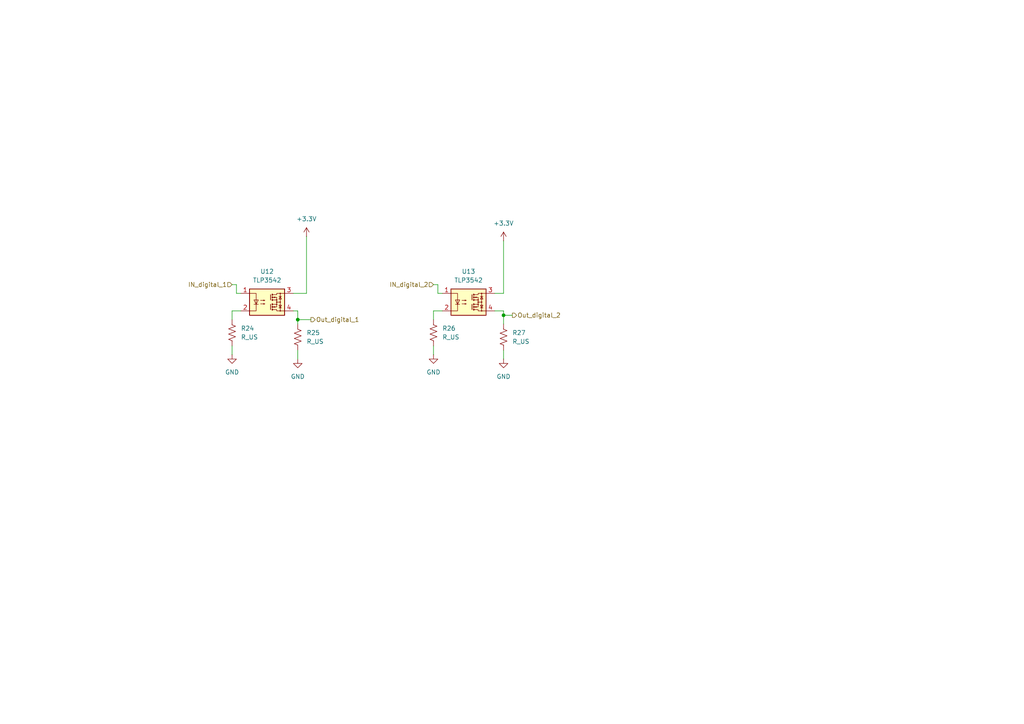
<source format=kicad_sch>
(kicad_sch
	(version 20250114)
	(generator "eeschema")
	(generator_version "9.0")
	(uuid "bc965983-ecd3-4360-b82c-6b4d211fc19c")
	(paper "A4")
	(lib_symbols
		(symbol "Device:R_US"
			(pin_numbers
				(hide yes)
			)
			(pin_names
				(offset 0)
			)
			(exclude_from_sim no)
			(in_bom yes)
			(on_board yes)
			(property "Reference" "R"
				(at 2.54 0 90)
				(effects
					(font
						(size 1.27 1.27)
					)
				)
			)
			(property "Value" "R_US"
				(at -2.54 0 90)
				(effects
					(font
						(size 1.27 1.27)
					)
				)
			)
			(property "Footprint" ""
				(at 1.016 -0.254 90)
				(effects
					(font
						(size 1.27 1.27)
					)
					(hide yes)
				)
			)
			(property "Datasheet" "~"
				(at 0 0 0)
				(effects
					(font
						(size 1.27 1.27)
					)
					(hide yes)
				)
			)
			(property "Description" "Resistor, US symbol"
				(at 0 0 0)
				(effects
					(font
						(size 1.27 1.27)
					)
					(hide yes)
				)
			)
			(property "ki_keywords" "R res resistor"
				(at 0 0 0)
				(effects
					(font
						(size 1.27 1.27)
					)
					(hide yes)
				)
			)
			(property "ki_fp_filters" "R_*"
				(at 0 0 0)
				(effects
					(font
						(size 1.27 1.27)
					)
					(hide yes)
				)
			)
			(symbol "R_US_0_1"
				(polyline
					(pts
						(xy 0 2.286) (xy 0 2.54)
					)
					(stroke
						(width 0)
						(type default)
					)
					(fill
						(type none)
					)
				)
				(polyline
					(pts
						(xy 0 2.286) (xy 1.016 1.905) (xy 0 1.524) (xy -1.016 1.143) (xy 0 0.762)
					)
					(stroke
						(width 0)
						(type default)
					)
					(fill
						(type none)
					)
				)
				(polyline
					(pts
						(xy 0 0.762) (xy 1.016 0.381) (xy 0 0) (xy -1.016 -0.381) (xy 0 -0.762)
					)
					(stroke
						(width 0)
						(type default)
					)
					(fill
						(type none)
					)
				)
				(polyline
					(pts
						(xy 0 -0.762) (xy 1.016 -1.143) (xy 0 -1.524) (xy -1.016 -1.905) (xy 0 -2.286)
					)
					(stroke
						(width 0)
						(type default)
					)
					(fill
						(type none)
					)
				)
				(polyline
					(pts
						(xy 0 -2.286) (xy 0 -2.54)
					)
					(stroke
						(width 0)
						(type default)
					)
					(fill
						(type none)
					)
				)
			)
			(symbol "R_US_1_1"
				(pin passive line
					(at 0 3.81 270)
					(length 1.27)
					(name "~"
						(effects
							(font
								(size 1.27 1.27)
							)
						)
					)
					(number "1"
						(effects
							(font
								(size 1.27 1.27)
							)
						)
					)
				)
				(pin passive line
					(at 0 -3.81 90)
					(length 1.27)
					(name "~"
						(effects
							(font
								(size 1.27 1.27)
							)
						)
					)
					(number "2"
						(effects
							(font
								(size 1.27 1.27)
							)
						)
					)
				)
			)
			(embedded_fonts no)
		)
		(symbol "TLP3542_1"
			(exclude_from_sim no)
			(in_bom yes)
			(on_board yes)
			(property "Reference" "U3"
				(at 0 8.89 0)
				(effects
					(font
						(size 1.27 1.27)
					)
				)
			)
			(property "Value" "TLP3542"
				(at 0 6.35 0)
				(effects
					(font
						(size 1.27 1.27)
					)
				)
			)
			(property "Footprint" "Package_SO:SOP-4_3.8x4.1mm_P2.54mm"
				(at 0 -7.62 0)
				(effects
					(font
						(size 1.27 1.27)
					)
					(hide yes)
				)
			)
			(property "Datasheet" "https://toshiba.semicon-storage.com/info/docget.jsp?did=1284&prodName=TLP3542"
				(at 0 0 0)
				(effects
					(font
						(size 1.27 1.27)
					)
					(hide yes)
				)
			)
			(property "Description" "Photo MOSFET optically coupled, ON 4A, 50mohm, OFF state 20V, Isolation 2500 VRMS, DIP-5-6"
				(at 0 0 0)
				(effects
					(font
						(size 1.27 1.27)
					)
					(hide yes)
				)
			)
			(property "ki_keywords" "photocouplers photorelay solidstate relay normally opened (1-Form-A)"
				(at 0 0 0)
				(effects
					(font
						(size 1.27 1.27)
					)
					(hide yes)
				)
			)
			(property "ki_fp_filters" "DIP*W7.62mm*"
				(at 0 0 0)
				(effects
					(font
						(size 1.27 1.27)
					)
					(hide yes)
				)
			)
			(symbol "TLP3542_1_0_1"
				(rectangle
					(start -5.08 3.81)
					(end 5.08 -3.81)
					(stroke
						(width 0.254)
						(type default)
					)
					(fill
						(type background)
					)
				)
				(polyline
					(pts
						(xy -5.08 2.54) (xy -3.175 2.54) (xy -3.175 -2.54) (xy -5.08 -2.54)
					)
					(stroke
						(width 0)
						(type default)
					)
					(fill
						(type none)
					)
				)
				(polyline
					(pts
						(xy -3.81 -0.635) (xy -2.54 -0.635)
					)
					(stroke
						(width 0)
						(type default)
					)
					(fill
						(type none)
					)
				)
				(polyline
					(pts
						(xy -3.175 -0.635) (xy -3.81 0.635) (xy -2.54 0.635) (xy -3.175 -0.635)
					)
					(stroke
						(width 0)
						(type default)
					)
					(fill
						(type none)
					)
				)
				(polyline
					(pts
						(xy -1.905 0.508) (xy -0.635 0.508) (xy -1.016 0.381) (xy -1.016 0.635) (xy -0.635 0.508)
					)
					(stroke
						(width 0)
						(type default)
					)
					(fill
						(type none)
					)
				)
				(polyline
					(pts
						(xy -1.905 -0.508) (xy -0.635 -0.508) (xy -1.016 -0.635) (xy -1.016 -0.381) (xy -0.635 -0.508)
					)
					(stroke
						(width 0)
						(type default)
					)
					(fill
						(type none)
					)
				)
				(polyline
					(pts
						(xy 1.016 2.159) (xy 1.016 0.635)
					)
					(stroke
						(width 0.2032)
						(type default)
					)
					(fill
						(type none)
					)
				)
				(polyline
					(pts
						(xy 1.016 -0.635) (xy 1.016 -2.159)
					)
					(stroke
						(width 0.2032)
						(type default)
					)
					(fill
						(type none)
					)
				)
				(polyline
					(pts
						(xy 1.524 2.286) (xy 1.524 2.032) (xy 1.524 2.032)
					)
					(stroke
						(width 0.3556)
						(type default)
					)
					(fill
						(type none)
					)
				)
				(polyline
					(pts
						(xy 1.524 1.524) (xy 1.524 1.27) (xy 1.524 1.27)
					)
					(stroke
						(width 0.3556)
						(type default)
					)
					(fill
						(type none)
					)
				)
				(polyline
					(pts
						(xy 1.524 0.762) (xy 1.524 0.508) (xy 1.524 0.508)
					)
					(stroke
						(width 0.3556)
						(type default)
					)
					(fill
						(type none)
					)
				)
				(polyline
					(pts
						(xy 1.524 -0.508) (xy 1.524 -0.762)
					)
					(stroke
						(width 0.3556)
						(type default)
					)
					(fill
						(type none)
					)
				)
				(polyline
					(pts
						(xy 1.524 -1.27) (xy 1.524 -1.524) (xy 1.524 -1.524)
					)
					(stroke
						(width 0.3556)
						(type default)
					)
					(fill
						(type none)
					)
				)
				(polyline
					(pts
						(xy 1.524 -2.032) (xy 1.524 -2.286) (xy 1.524 -2.286)
					)
					(stroke
						(width 0.3556)
						(type default)
					)
					(fill
						(type none)
					)
				)
				(polyline
					(pts
						(xy 1.651 2.159) (xy 2.794 2.159) (xy 2.794 2.54) (xy 5.08 2.54)
					)
					(stroke
						(width 0)
						(type default)
					)
					(fill
						(type none)
					)
				)
				(polyline
					(pts
						(xy 1.651 1.397) (xy 2.794 1.397) (xy 2.794 0.635)
					)
					(stroke
						(width 0)
						(type default)
					)
					(fill
						(type none)
					)
				)
				(polyline
					(pts
						(xy 1.651 -0.635) (xy 2.794 -0.635) (xy 2.794 0.635) (xy 1.651 0.635)
					)
					(stroke
						(width 0)
						(type default)
					)
					(fill
						(type none)
					)
				)
				(polyline
					(pts
						(xy 1.651 -1.397) (xy 2.794 -1.397) (xy 2.794 -0.635)
					)
					(stroke
						(width 0)
						(type default)
					)
					(fill
						(type none)
					)
				)
				(polyline
					(pts
						(xy 1.651 -2.159) (xy 2.794 -2.159) (xy 2.794 -2.54) (xy 5.08 -2.54)
					)
					(stroke
						(width 0)
						(type default)
					)
					(fill
						(type none)
					)
				)
				(polyline
					(pts
						(xy 1.778 1.397) (xy 2.286 1.524) (xy 2.286 1.27) (xy 1.778 1.397)
					)
					(stroke
						(width 0)
						(type default)
					)
					(fill
						(type none)
					)
				)
				(polyline
					(pts
						(xy 1.778 -1.397) (xy 2.286 -1.27) (xy 2.286 -1.524) (xy 1.778 -1.397)
					)
					(stroke
						(width 0)
						(type default)
					)
					(fill
						(type none)
					)
				)
				(circle
					(center 2.794 0.635)
					(radius 0.127)
					(stroke
						(width 0)
						(type default)
					)
					(fill
						(type none)
					)
				)
				(polyline
					(pts
						(xy 2.794 0) (xy 3.81 0)
					)
					(stroke
						(width 0)
						(type default)
					)
					(fill
						(type none)
					)
				)
				(circle
					(center 2.794 0)
					(radius 0.127)
					(stroke
						(width 0)
						(type default)
					)
					(fill
						(type none)
					)
				)
				(circle
					(center 2.794 -0.635)
					(radius 0.127)
					(stroke
						(width 0)
						(type default)
					)
					(fill
						(type none)
					)
				)
				(polyline
					(pts
						(xy 3.429 1.651) (xy 4.191 1.651)
					)
					(stroke
						(width 0)
						(type default)
					)
					(fill
						(type none)
					)
				)
				(polyline
					(pts
						(xy 3.429 -1.651) (xy 4.191 -1.651)
					)
					(stroke
						(width 0)
						(type default)
					)
					(fill
						(type none)
					)
				)
				(circle
					(center 3.81 2.54)
					(radius 0.127)
					(stroke
						(width 0)
						(type default)
					)
					(fill
						(type none)
					)
				)
				(polyline
					(pts
						(xy 3.81 1.651) (xy 3.429 0.889) (xy 4.191 0.889) (xy 3.81 1.651)
					)
					(stroke
						(width 0)
						(type default)
					)
					(fill
						(type none)
					)
				)
				(circle
					(center 3.81 0)
					(radius 0.127)
					(stroke
						(width 0)
						(type default)
					)
					(fill
						(type none)
					)
				)
				(polyline
					(pts
						(xy 3.81 -1.651) (xy 3.429 -0.889) (xy 4.191 -0.889) (xy 3.81 -1.651)
					)
					(stroke
						(width 0)
						(type default)
					)
					(fill
						(type none)
					)
				)
				(polyline
					(pts
						(xy 3.81 -2.54) (xy 3.81 2.54)
					)
					(stroke
						(width 0)
						(type default)
					)
					(fill
						(type none)
					)
				)
				(circle
					(center 3.81 -2.54)
					(radius 0.127)
					(stroke
						(width 0)
						(type default)
					)
					(fill
						(type none)
					)
				)
			)
			(symbol "TLP3542_1_1_1"
				(pin passive line
					(at -7.62 2.54 0)
					(length 2.54)
					(name "~"
						(effects
							(font
								(size 1.27 1.27)
							)
						)
					)
					(number "1"
						(effects
							(font
								(size 1.27 1.27)
							)
						)
					)
				)
				(pin passive line
					(at -7.62 -2.54 0)
					(length 2.54)
					(name "~"
						(effects
							(font
								(size 1.27 1.27)
							)
						)
					)
					(number "2"
						(effects
							(font
								(size 1.27 1.27)
							)
						)
					)
				)
				(pin no_connect line
					(at -5.08 0 0)
					(length 2.54)
					(hide yes)
					(name "~"
						(effects
							(font
								(size 1.27 1.27)
							)
						)
					)
					(number "3"
						(effects
							(font
								(size 1.27 1.27)
							)
						)
					)
				)
				(pin passive line
					(at 7.62 2.54 180)
					(length 2.54)
					(name "~"
						(effects
							(font
								(size 1.27 1.27)
							)
						)
					)
					(number "3"
						(effects
							(font
								(size 1.27 1.27)
							)
						)
					)
				)
				(pin passive line
					(at 7.62 -2.54 180)
					(length 2.54)
					(name "~"
						(effects
							(font
								(size 1.27 1.27)
							)
						)
					)
					(number "4"
						(effects
							(font
								(size 1.27 1.27)
							)
						)
					)
				)
			)
			(embedded_fonts no)
		)
		(symbol "TLP3542_2"
			(exclude_from_sim no)
			(in_bom yes)
			(on_board yes)
			(property "Reference" "U3"
				(at 0 8.89 0)
				(effects
					(font
						(size 1.27 1.27)
					)
				)
			)
			(property "Value" "TLP3542"
				(at 0 6.35 0)
				(effects
					(font
						(size 1.27 1.27)
					)
				)
			)
			(property "Footprint" "Package_SO:SOP-4_3.8x4.1mm_P2.54mm"
				(at 0 -7.62 0)
				(effects
					(font
						(size 1.27 1.27)
					)
					(hide yes)
				)
			)
			(property "Datasheet" "https://toshiba.semicon-storage.com/info/docget.jsp?did=1284&prodName=TLP3542"
				(at 0 0 0)
				(effects
					(font
						(size 1.27 1.27)
					)
					(hide yes)
				)
			)
			(property "Description" "Photo MOSFET optically coupled, ON 4A, 50mohm, OFF state 20V, Isolation 2500 VRMS, DIP-5-6"
				(at 0 0 0)
				(effects
					(font
						(size 1.27 1.27)
					)
					(hide yes)
				)
			)
			(property "ki_keywords" "photocouplers photorelay solidstate relay normally opened (1-Form-A)"
				(at 0 0 0)
				(effects
					(font
						(size 1.27 1.27)
					)
					(hide yes)
				)
			)
			(property "ki_fp_filters" "DIP*W7.62mm*"
				(at 0 0 0)
				(effects
					(font
						(size 1.27 1.27)
					)
					(hide yes)
				)
			)
			(symbol "TLP3542_2_0_1"
				(rectangle
					(start -5.08 3.81)
					(end 5.08 -3.81)
					(stroke
						(width 0.254)
						(type default)
					)
					(fill
						(type background)
					)
				)
				(polyline
					(pts
						(xy -5.08 2.54) (xy -3.175 2.54) (xy -3.175 -2.54) (xy -5.08 -2.54)
					)
					(stroke
						(width 0)
						(type default)
					)
					(fill
						(type none)
					)
				)
				(polyline
					(pts
						(xy -3.81 -0.635) (xy -2.54 -0.635)
					)
					(stroke
						(width 0)
						(type default)
					)
					(fill
						(type none)
					)
				)
				(polyline
					(pts
						(xy -3.175 -0.635) (xy -3.81 0.635) (xy -2.54 0.635) (xy -3.175 -0.635)
					)
					(stroke
						(width 0)
						(type default)
					)
					(fill
						(type none)
					)
				)
				(polyline
					(pts
						(xy -1.905 0.508) (xy -0.635 0.508) (xy -1.016 0.381) (xy -1.016 0.635) (xy -0.635 0.508)
					)
					(stroke
						(width 0)
						(type default)
					)
					(fill
						(type none)
					)
				)
				(polyline
					(pts
						(xy -1.905 -0.508) (xy -0.635 -0.508) (xy -1.016 -0.635) (xy -1.016 -0.381) (xy -0.635 -0.508)
					)
					(stroke
						(width 0)
						(type default)
					)
					(fill
						(type none)
					)
				)
				(polyline
					(pts
						(xy 1.016 2.159) (xy 1.016 0.635)
					)
					(stroke
						(width 0.2032)
						(type default)
					)
					(fill
						(type none)
					)
				)
				(polyline
					(pts
						(xy 1.016 -0.635) (xy 1.016 -2.159)
					)
					(stroke
						(width 0.2032)
						(type default)
					)
					(fill
						(type none)
					)
				)
				(polyline
					(pts
						(xy 1.524 2.286) (xy 1.524 2.032) (xy 1.524 2.032)
					)
					(stroke
						(width 0.3556)
						(type default)
					)
					(fill
						(type none)
					)
				)
				(polyline
					(pts
						(xy 1.524 1.524) (xy 1.524 1.27) (xy 1.524 1.27)
					)
					(stroke
						(width 0.3556)
						(type default)
					)
					(fill
						(type none)
					)
				)
				(polyline
					(pts
						(xy 1.524 0.762) (xy 1.524 0.508) (xy 1.524 0.508)
					)
					(stroke
						(width 0.3556)
						(type default)
					)
					(fill
						(type none)
					)
				)
				(polyline
					(pts
						(xy 1.524 -0.508) (xy 1.524 -0.762)
					)
					(stroke
						(width 0.3556)
						(type default)
					)
					(fill
						(type none)
					)
				)
				(polyline
					(pts
						(xy 1.524 -1.27) (xy 1.524 -1.524) (xy 1.524 -1.524)
					)
					(stroke
						(width 0.3556)
						(type default)
					)
					(fill
						(type none)
					)
				)
				(polyline
					(pts
						(xy 1.524 -2.032) (xy 1.524 -2.286) (xy 1.524 -2.286)
					)
					(stroke
						(width 0.3556)
						(type default)
					)
					(fill
						(type none)
					)
				)
				(polyline
					(pts
						(xy 1.651 2.159) (xy 2.794 2.159) (xy 2.794 2.54) (xy 5.08 2.54)
					)
					(stroke
						(width 0)
						(type default)
					)
					(fill
						(type none)
					)
				)
				(polyline
					(pts
						(xy 1.651 1.397) (xy 2.794 1.397) (xy 2.794 0.635)
					)
					(stroke
						(width 0)
						(type default)
					)
					(fill
						(type none)
					)
				)
				(polyline
					(pts
						(xy 1.651 -0.635) (xy 2.794 -0.635) (xy 2.794 0.635) (xy 1.651 0.635)
					)
					(stroke
						(width 0)
						(type default)
					)
					(fill
						(type none)
					)
				)
				(polyline
					(pts
						(xy 1.651 -1.397) (xy 2.794 -1.397) (xy 2.794 -0.635)
					)
					(stroke
						(width 0)
						(type default)
					)
					(fill
						(type none)
					)
				)
				(polyline
					(pts
						(xy 1.651 -2.159) (xy 2.794 -2.159) (xy 2.794 -2.54) (xy 5.08 -2.54)
					)
					(stroke
						(width 0)
						(type default)
					)
					(fill
						(type none)
					)
				)
				(polyline
					(pts
						(xy 1.778 1.397) (xy 2.286 1.524) (xy 2.286 1.27) (xy 1.778 1.397)
					)
					(stroke
						(width 0)
						(type default)
					)
					(fill
						(type none)
					)
				)
				(polyline
					(pts
						(xy 1.778 -1.397) (xy 2.286 -1.27) (xy 2.286 -1.524) (xy 1.778 -1.397)
					)
					(stroke
						(width 0)
						(type default)
					)
					(fill
						(type none)
					)
				)
				(circle
					(center 2.794 0.635)
					(radius 0.127)
					(stroke
						(width 0)
						(type default)
					)
					(fill
						(type none)
					)
				)
				(polyline
					(pts
						(xy 2.794 0) (xy 3.81 0)
					)
					(stroke
						(width 0)
						(type default)
					)
					(fill
						(type none)
					)
				)
				(circle
					(center 2.794 0)
					(radius 0.127)
					(stroke
						(width 0)
						(type default)
					)
					(fill
						(type none)
					)
				)
				(circle
					(center 2.794 -0.635)
					(radius 0.127)
					(stroke
						(width 0)
						(type default)
					)
					(fill
						(type none)
					)
				)
				(polyline
					(pts
						(xy 3.429 1.651) (xy 4.191 1.651)
					)
					(stroke
						(width 0)
						(type default)
					)
					(fill
						(type none)
					)
				)
				(polyline
					(pts
						(xy 3.429 -1.651) (xy 4.191 -1.651)
					)
					(stroke
						(width 0)
						(type default)
					)
					(fill
						(type none)
					)
				)
				(circle
					(center 3.81 2.54)
					(radius 0.127)
					(stroke
						(width 0)
						(type default)
					)
					(fill
						(type none)
					)
				)
				(polyline
					(pts
						(xy 3.81 1.651) (xy 3.429 0.889) (xy 4.191 0.889) (xy 3.81 1.651)
					)
					(stroke
						(width 0)
						(type default)
					)
					(fill
						(type none)
					)
				)
				(circle
					(center 3.81 0)
					(radius 0.127)
					(stroke
						(width 0)
						(type default)
					)
					(fill
						(type none)
					)
				)
				(polyline
					(pts
						(xy 3.81 -1.651) (xy 3.429 -0.889) (xy 4.191 -0.889) (xy 3.81 -1.651)
					)
					(stroke
						(width 0)
						(type default)
					)
					(fill
						(type none)
					)
				)
				(polyline
					(pts
						(xy 3.81 -2.54) (xy 3.81 2.54)
					)
					(stroke
						(width 0)
						(type default)
					)
					(fill
						(type none)
					)
				)
				(circle
					(center 3.81 -2.54)
					(radius 0.127)
					(stroke
						(width 0)
						(type default)
					)
					(fill
						(type none)
					)
				)
			)
			(symbol "TLP3542_2_1_1"
				(pin passive line
					(at -7.62 2.54 0)
					(length 2.54)
					(name "~"
						(effects
							(font
								(size 1.27 1.27)
							)
						)
					)
					(number "1"
						(effects
							(font
								(size 1.27 1.27)
							)
						)
					)
				)
				(pin passive line
					(at -7.62 -2.54 0)
					(length 2.54)
					(name "~"
						(effects
							(font
								(size 1.27 1.27)
							)
						)
					)
					(number "2"
						(effects
							(font
								(size 1.27 1.27)
							)
						)
					)
				)
				(pin no_connect line
					(at -5.08 0 0)
					(length 2.54)
					(hide yes)
					(name "~"
						(effects
							(font
								(size 1.27 1.27)
							)
						)
					)
					(number "3"
						(effects
							(font
								(size 1.27 1.27)
							)
						)
					)
				)
				(pin passive line
					(at 7.62 2.54 180)
					(length 2.54)
					(name "~"
						(effects
							(font
								(size 1.27 1.27)
							)
						)
					)
					(number "3"
						(effects
							(font
								(size 1.27 1.27)
							)
						)
					)
				)
				(pin passive line
					(at 7.62 -2.54 180)
					(length 2.54)
					(name "~"
						(effects
							(font
								(size 1.27 1.27)
							)
						)
					)
					(number "4"
						(effects
							(font
								(size 1.27 1.27)
							)
						)
					)
				)
			)
			(embedded_fonts no)
		)
		(symbol "power:+3.3V"
			(power)
			(pin_numbers
				(hide yes)
			)
			(pin_names
				(offset 0)
				(hide yes)
			)
			(exclude_from_sim no)
			(in_bom yes)
			(on_board yes)
			(property "Reference" "#PWR"
				(at 0 -3.81 0)
				(effects
					(font
						(size 1.27 1.27)
					)
					(hide yes)
				)
			)
			(property "Value" "+3.3V"
				(at 0 3.556 0)
				(effects
					(font
						(size 1.27 1.27)
					)
				)
			)
			(property "Footprint" ""
				(at 0 0 0)
				(effects
					(font
						(size 1.27 1.27)
					)
					(hide yes)
				)
			)
			(property "Datasheet" ""
				(at 0 0 0)
				(effects
					(font
						(size 1.27 1.27)
					)
					(hide yes)
				)
			)
			(property "Description" "Power symbol creates a global label with name \"+3.3V\""
				(at 0 0 0)
				(effects
					(font
						(size 1.27 1.27)
					)
					(hide yes)
				)
			)
			(property "ki_keywords" "global power"
				(at 0 0 0)
				(effects
					(font
						(size 1.27 1.27)
					)
					(hide yes)
				)
			)
			(symbol "+3.3V_0_1"
				(polyline
					(pts
						(xy -0.762 1.27) (xy 0 2.54)
					)
					(stroke
						(width 0)
						(type default)
					)
					(fill
						(type none)
					)
				)
				(polyline
					(pts
						(xy 0 2.54) (xy 0.762 1.27)
					)
					(stroke
						(width 0)
						(type default)
					)
					(fill
						(type none)
					)
				)
				(polyline
					(pts
						(xy 0 0) (xy 0 2.54)
					)
					(stroke
						(width 0)
						(type default)
					)
					(fill
						(type none)
					)
				)
			)
			(symbol "+3.3V_1_1"
				(pin power_in line
					(at 0 0 90)
					(length 0)
					(name "~"
						(effects
							(font
								(size 1.27 1.27)
							)
						)
					)
					(number "1"
						(effects
							(font
								(size 1.27 1.27)
							)
						)
					)
				)
			)
			(embedded_fonts no)
		)
		(symbol "power:GND"
			(power)
			(pin_numbers
				(hide yes)
			)
			(pin_names
				(offset 0)
				(hide yes)
			)
			(exclude_from_sim no)
			(in_bom yes)
			(on_board yes)
			(property "Reference" "#PWR"
				(at 0 -6.35 0)
				(effects
					(font
						(size 1.27 1.27)
					)
					(hide yes)
				)
			)
			(property "Value" "GND"
				(at 0 -3.81 0)
				(effects
					(font
						(size 1.27 1.27)
					)
				)
			)
			(property "Footprint" ""
				(at 0 0 0)
				(effects
					(font
						(size 1.27 1.27)
					)
					(hide yes)
				)
			)
			(property "Datasheet" ""
				(at 0 0 0)
				(effects
					(font
						(size 1.27 1.27)
					)
					(hide yes)
				)
			)
			(property "Description" "Power symbol creates a global label with name \"GND\" , ground"
				(at 0 0 0)
				(effects
					(font
						(size 1.27 1.27)
					)
					(hide yes)
				)
			)
			(property "ki_keywords" "global power"
				(at 0 0 0)
				(effects
					(font
						(size 1.27 1.27)
					)
					(hide yes)
				)
			)
			(symbol "GND_0_1"
				(polyline
					(pts
						(xy 0 0) (xy 0 -1.27) (xy 1.27 -1.27) (xy 0 -2.54) (xy -1.27 -1.27) (xy 0 -1.27)
					)
					(stroke
						(width 0)
						(type default)
					)
					(fill
						(type none)
					)
				)
			)
			(symbol "GND_1_1"
				(pin power_in line
					(at 0 0 270)
					(length 0)
					(name "~"
						(effects
							(font
								(size 1.27 1.27)
							)
						)
					)
					(number "1"
						(effects
							(font
								(size 1.27 1.27)
							)
						)
					)
				)
			)
			(embedded_fonts no)
		)
	)
	(junction
		(at 146.05 91.44)
		(diameter 0)
		(color 0 0 0 0)
		(uuid "91f25a4d-1d5f-45f9-9dde-232fd1b303df")
	)
	(junction
		(at 86.36 92.71)
		(diameter 0)
		(color 0 0 0 0)
		(uuid "efcc1aac-a562-4853-ab88-6fbd3e980274")
	)
	(wire
		(pts
			(xy 68.58 85.09) (xy 68.58 82.55)
		)
		(stroke
			(width 0)
			(type default)
		)
		(uuid "02ca302a-d54c-42d7-86bd-d90cd6f9efd6")
	)
	(wire
		(pts
			(xy 69.85 90.17) (xy 67.31 90.17)
		)
		(stroke
			(width 0)
			(type default)
		)
		(uuid "039e583a-4ffa-4d0f-b698-b3cd295bdabb")
	)
	(wire
		(pts
			(xy 67.31 90.17) (xy 67.31 92.71)
		)
		(stroke
			(width 0)
			(type default)
		)
		(uuid "0bd21abf-4ad8-4b23-84b8-1b6d66dd344a")
	)
	(wire
		(pts
			(xy 127 85.09) (xy 128.27 85.09)
		)
		(stroke
			(width 0)
			(type default)
		)
		(uuid "0dbf4d0b-74ba-4b6b-aa6f-3fef2f4b3d2d")
	)
	(wire
		(pts
			(xy 146.05 91.44) (xy 148.59 91.44)
		)
		(stroke
			(width 0)
			(type default)
		)
		(uuid "1b515552-3999-44e7-bf60-47fbce9b0333")
	)
	(wire
		(pts
			(xy 146.05 101.6) (xy 146.05 104.14)
		)
		(stroke
			(width 0)
			(type default)
		)
		(uuid "1b546afb-afd9-418b-bbb9-46cc57c9ba4c")
	)
	(wire
		(pts
			(xy 86.36 90.17) (xy 85.09 90.17)
		)
		(stroke
			(width 0)
			(type default)
		)
		(uuid "2f9ff5d3-8a04-4d59-8105-21c33453a184")
	)
	(wire
		(pts
			(xy 127 82.55) (xy 125.73 82.55)
		)
		(stroke
			(width 0)
			(type default)
		)
		(uuid "31ee3315-95f6-4edd-b909-82362189a092")
	)
	(wire
		(pts
			(xy 143.51 85.09) (xy 146.05 85.09)
		)
		(stroke
			(width 0)
			(type default)
		)
		(uuid "3868db55-4101-4323-98b9-b5ba62543bae")
	)
	(wire
		(pts
			(xy 146.05 91.44) (xy 146.05 93.98)
		)
		(stroke
			(width 0)
			(type default)
		)
		(uuid "39007a92-9e8e-4ac9-ab56-d5af4713787a")
	)
	(wire
		(pts
			(xy 90.17 92.71) (xy 86.36 92.71)
		)
		(stroke
			(width 0)
			(type default)
		)
		(uuid "3a1281e6-a523-4913-9f01-c6639d13d188")
	)
	(wire
		(pts
			(xy 68.58 85.09) (xy 69.85 85.09)
		)
		(stroke
			(width 0)
			(type default)
		)
		(uuid "4039276a-7739-43e3-a9e3-134c49c8c693")
	)
	(wire
		(pts
			(xy 67.31 100.33) (xy 67.31 102.87)
		)
		(stroke
			(width 0)
			(type default)
		)
		(uuid "4eeaa5f6-3547-4eb3-8404-9187a48a8b81")
	)
	(wire
		(pts
			(xy 127 85.09) (xy 127 82.55)
		)
		(stroke
			(width 0)
			(type default)
		)
		(uuid "5b6e3307-0e70-4685-b153-9c8205ac7977")
	)
	(wire
		(pts
			(xy 68.58 82.55) (xy 67.31 82.55)
		)
		(stroke
			(width 0)
			(type default)
		)
		(uuid "5fe17041-90a7-4bd1-8658-4f3566852975")
	)
	(wire
		(pts
			(xy 86.36 92.71) (xy 86.36 93.98)
		)
		(stroke
			(width 0)
			(type default)
		)
		(uuid "623601a4-f2ef-4afb-a6be-052ccaa2dd4d")
	)
	(wire
		(pts
			(xy 88.9 68.58) (xy 88.9 85.09)
		)
		(stroke
			(width 0)
			(type default)
		)
		(uuid "972615e1-f9ed-482d-9b08-87bb1beffc12")
	)
	(wire
		(pts
			(xy 88.9 85.09) (xy 85.09 85.09)
		)
		(stroke
			(width 0)
			(type default)
		)
		(uuid "98cc917f-8ff8-461f-a64a-b2e882eb0683")
	)
	(wire
		(pts
			(xy 146.05 69.85) (xy 146.05 85.09)
		)
		(stroke
			(width 0)
			(type default)
		)
		(uuid "bc92c04a-cae6-41bc-a041-85999cbf8dc3")
	)
	(wire
		(pts
			(xy 146.05 90.17) (xy 143.51 90.17)
		)
		(stroke
			(width 0)
			(type default)
		)
		(uuid "cbd3117b-4aa0-4dd1-a9f9-2ece54239283")
	)
	(wire
		(pts
			(xy 146.05 90.17) (xy 146.05 91.44)
		)
		(stroke
			(width 0)
			(type default)
		)
		(uuid "cc621a0f-e04f-4009-8d1b-f836b6e211c1")
	)
	(wire
		(pts
			(xy 86.36 92.71) (xy 86.36 90.17)
		)
		(stroke
			(width 0)
			(type default)
		)
		(uuid "d38c2879-4e99-4b89-9917-af06a5dba29f")
	)
	(wire
		(pts
			(xy 128.27 90.17) (xy 125.73 90.17)
		)
		(stroke
			(width 0)
			(type default)
		)
		(uuid "e93ca5bc-9aef-45cb-9145-38a791412c13")
	)
	(wire
		(pts
			(xy 125.73 100.33) (xy 125.73 102.87)
		)
		(stroke
			(width 0)
			(type default)
		)
		(uuid "eb876fe5-3232-4494-80b2-9a8c5989a48c")
	)
	(wire
		(pts
			(xy 86.36 101.6) (xy 86.36 104.14)
		)
		(stroke
			(width 0)
			(type default)
		)
		(uuid "f0e00c6c-b416-4cd9-a443-4a57747c266c")
	)
	(wire
		(pts
			(xy 125.73 90.17) (xy 125.73 92.71)
		)
		(stroke
			(width 0)
			(type default)
		)
		(uuid "fbaa9e83-4a03-41ea-b27f-93b842e747d9")
	)
	(hierarchical_label "IN_digital_2"
		(shape input)
		(at 125.73 82.55 180)
		(effects
			(font
				(size 1.27 1.27)
			)
			(justify right)
		)
		(uuid "06dfb357-110e-42fc-996f-4476e905cdbf")
	)
	(hierarchical_label "IN_digital_1"
		(shape input)
		(at 67.31 82.55 180)
		(effects
			(font
				(size 1.27 1.27)
			)
			(justify right)
		)
		(uuid "489be755-8bd2-49a7-8ae1-63cae46890f5")
	)
	(hierarchical_label "Out_digital_2"
		(shape output)
		(at 148.59 91.44 0)
		(effects
			(font
				(size 1.27 1.27)
			)
			(justify left)
		)
		(uuid "5a2e8881-c3e4-465f-b6e2-efe83f9a4ceb")
	)
	(hierarchical_label "Out_digital_1"
		(shape output)
		(at 90.17 92.71 0)
		(effects
			(font
				(size 1.27 1.27)
			)
			(justify left)
		)
		(uuid "6b190943-5f8f-4f98-8266-17a064e7669e")
	)
	(symbol
		(lib_id "Device:R_US")
		(at 125.73 96.52 0)
		(unit 1)
		(exclude_from_sim no)
		(in_bom yes)
		(on_board yes)
		(dnp no)
		(fields_autoplaced yes)
		(uuid "12fff364-49bf-4372-aa99-1cec9a38eee6")
		(property "Reference" "R26"
			(at 128.27 95.2499 0)
			(effects
				(font
					(size 1.27 1.27)
				)
				(justify left)
			)
		)
		(property "Value" "R_US"
			(at 128.27 97.7899 0)
			(effects
				(font
					(size 1.27 1.27)
				)
				(justify left)
			)
		)
		(property "Footprint" "Resistor_SMD:R_0603_1608Metric"
			(at 126.746 96.774 90)
			(effects
				(font
					(size 1.27 1.27)
				)
				(hide yes)
			)
		)
		(property "Datasheet" "~"
			(at 125.73 96.52 0)
			(effects
				(font
					(size 1.27 1.27)
				)
				(hide yes)
			)
		)
		(property "Description" "Resistor, US symbol"
			(at 125.73 96.52 0)
			(effects
				(font
					(size 1.27 1.27)
				)
				(hide yes)
			)
		)
		(pin "2"
			(uuid "fa9d382e-6f7a-49a1-87df-d2140472815d")
		)
		(pin "1"
			(uuid "bee08bc2-a376-48ca-afb7-90aaec185823")
		)
		(instances
			(project "ZorionX-Nivara"
				(path "/ae5c9891-8291-492e-8a61-8ac340267b67/d47eca49-96e4-4138-8979-47bb60019f67/3d176eaa-3676-41d3-89f3-29854437171e"
					(reference "R26")
					(unit 1)
				)
			)
		)
	)
	(symbol
		(lib_id "Device:R_US")
		(at 86.36 97.79 0)
		(unit 1)
		(exclude_from_sim no)
		(in_bom yes)
		(on_board yes)
		(dnp no)
		(fields_autoplaced yes)
		(uuid "3280a795-fd13-4c6a-b8af-fc7773546d7e")
		(property "Reference" "R25"
			(at 88.9 96.5199 0)
			(effects
				(font
					(size 1.27 1.27)
				)
				(justify left)
			)
		)
		(property "Value" "R_US"
			(at 88.9 99.0599 0)
			(effects
				(font
					(size 1.27 1.27)
				)
				(justify left)
			)
		)
		(property "Footprint" "Resistor_SMD:R_0603_1608Metric"
			(at 87.376 98.044 90)
			(effects
				(font
					(size 1.27 1.27)
				)
				(hide yes)
			)
		)
		(property "Datasheet" "~"
			(at 86.36 97.79 0)
			(effects
				(font
					(size 1.27 1.27)
				)
				(hide yes)
			)
		)
		(property "Description" "Resistor, US symbol"
			(at 86.36 97.79 0)
			(effects
				(font
					(size 1.27 1.27)
				)
				(hide yes)
			)
		)
		(pin "2"
			(uuid "bb412d9c-7e09-4247-b8e8-7fa913ba59df")
		)
		(pin "1"
			(uuid "35ce4a49-ee6a-4c23-8298-871866c4a578")
		)
		(instances
			(project "ZorionX-Nivara"
				(path "/ae5c9891-8291-492e-8a61-8ac340267b67/d47eca49-96e4-4138-8979-47bb60019f67/3d176eaa-3676-41d3-89f3-29854437171e"
					(reference "R25")
					(unit 1)
				)
			)
		)
	)
	(symbol
		(lib_name "TLP3542_2")
		(lib_id "Relay_SolidState:TLP3542")
		(at 135.89 87.63 0)
		(unit 1)
		(exclude_from_sim no)
		(in_bom yes)
		(on_board yes)
		(dnp no)
		(fields_autoplaced yes)
		(uuid "67c06e21-23ee-4ac9-a1f0-a91b898d3724")
		(property "Reference" "U13"
			(at 135.89 78.74 0)
			(effects
				(font
					(size 1.27 1.27)
				)
			)
		)
		(property "Value" "TLP3542"
			(at 135.89 81.28 0)
			(effects
				(font
					(size 1.27 1.27)
				)
			)
		)
		(property "Footprint" "Package_SO:SOP-4_3.8x4.1mm_P2.54mm"
			(at 135.89 95.25 0)
			(effects
				(font
					(size 1.27 1.27)
				)
				(hide yes)
			)
		)
		(property "Datasheet" "https://toshiba.semicon-storage.com/info/docget.jsp?did=1284&prodName=TLP3542"
			(at 135.89 87.63 0)
			(effects
				(font
					(size 1.27 1.27)
				)
				(hide yes)
			)
		)
		(property "Description" "Photo MOSFET optically coupled, ON 4A, 50mohm, OFF state 20V, Isolation 2500 VRMS, DIP-5-6"
			(at 135.89 87.63 0)
			(effects
				(font
					(size 1.27 1.27)
				)
				(hide yes)
			)
		)
		(pin "3"
			(uuid "3f15ba5b-3937-4be5-9750-b8de0850054c")
		)
		(pin "2"
			(uuid "c263e467-13fc-4365-82e7-d778f919db9e")
		)
		(pin "4"
			(uuid "952974b0-6dbd-4199-8f49-a8701455132c")
		)
		(pin "3"
			(uuid "d2fc7ea6-68ce-4fd1-b593-b642d3920c6d")
		)
		(pin "1"
			(uuid "13bc9851-ef85-4929-a691-d11537d34de9")
		)
		(instances
			(project "ZorionX-Nivara_V1.4"
				(path "/ae5c9891-8291-492e-8a61-8ac340267b67/d47eca49-96e4-4138-8979-47bb60019f67/3d176eaa-3676-41d3-89f3-29854437171e"
					(reference "U13")
					(unit 1)
				)
			)
		)
	)
	(symbol
		(lib_id "Device:R_US")
		(at 146.05 97.79 0)
		(unit 1)
		(exclude_from_sim no)
		(in_bom yes)
		(on_board yes)
		(dnp no)
		(fields_autoplaced yes)
		(uuid "6e8a5c97-fed4-435b-8c6f-70304971b77b")
		(property "Reference" "R27"
			(at 148.59 96.5199 0)
			(effects
				(font
					(size 1.27 1.27)
				)
				(justify left)
			)
		)
		(property "Value" "R_US"
			(at 148.59 99.0599 0)
			(effects
				(font
					(size 1.27 1.27)
				)
				(justify left)
			)
		)
		(property "Footprint" "Resistor_SMD:R_0603_1608Metric"
			(at 147.066 98.044 90)
			(effects
				(font
					(size 1.27 1.27)
				)
				(hide yes)
			)
		)
		(property "Datasheet" "~"
			(at 146.05 97.79 0)
			(effects
				(font
					(size 1.27 1.27)
				)
				(hide yes)
			)
		)
		(property "Description" "Resistor, US symbol"
			(at 146.05 97.79 0)
			(effects
				(font
					(size 1.27 1.27)
				)
				(hide yes)
			)
		)
		(pin "2"
			(uuid "e419a9ff-f3ff-4de2-b0cc-6256052b7c66")
		)
		(pin "1"
			(uuid "f26281e7-3cf8-4fa0-aa2a-bea4122d60df")
		)
		(instances
			(project "ZorionX-Nivara"
				(path "/ae5c9891-8291-492e-8a61-8ac340267b67/d47eca49-96e4-4138-8979-47bb60019f67/3d176eaa-3676-41d3-89f3-29854437171e"
					(reference "R27")
					(unit 1)
				)
			)
		)
	)
	(symbol
		(lib_id "power:GND")
		(at 86.36 104.14 0)
		(unit 1)
		(exclude_from_sim no)
		(in_bom yes)
		(on_board yes)
		(dnp no)
		(fields_autoplaced yes)
		(uuid "7fd340c6-e177-44de-8f50-45445c522e25")
		(property "Reference" "#PWR049"
			(at 86.36 110.49 0)
			(effects
				(font
					(size 1.27 1.27)
				)
				(hide yes)
			)
		)
		(property "Value" "GND"
			(at 86.36 109.22 0)
			(effects
				(font
					(size 1.27 1.27)
				)
			)
		)
		(property "Footprint" ""
			(at 86.36 104.14 0)
			(effects
				(font
					(size 1.27 1.27)
				)
				(hide yes)
			)
		)
		(property "Datasheet" ""
			(at 86.36 104.14 0)
			(effects
				(font
					(size 1.27 1.27)
				)
				(hide yes)
			)
		)
		(property "Description" "Power symbol creates a global label with name \"GND\" , ground"
			(at 86.36 104.14 0)
			(effects
				(font
					(size 1.27 1.27)
				)
				(hide yes)
			)
		)
		(pin "1"
			(uuid "88db2115-300c-4a98-ae12-d14f0ce7be9e")
		)
		(instances
			(project "ZorionX-Nivara"
				(path "/ae5c9891-8291-492e-8a61-8ac340267b67/d47eca49-96e4-4138-8979-47bb60019f67/3d176eaa-3676-41d3-89f3-29854437171e"
					(reference "#PWR049")
					(unit 1)
				)
			)
		)
	)
	(symbol
		(lib_id "power:GND")
		(at 67.31 102.87 0)
		(unit 1)
		(exclude_from_sim no)
		(in_bom yes)
		(on_board yes)
		(dnp no)
		(fields_autoplaced yes)
		(uuid "90651925-5e7c-400a-9127-651f748e5ea1")
		(property "Reference" "#PWR048"
			(at 67.31 109.22 0)
			(effects
				(font
					(size 1.27 1.27)
				)
				(hide yes)
			)
		)
		(property "Value" "GND"
			(at 67.31 107.95 0)
			(effects
				(font
					(size 1.27 1.27)
				)
			)
		)
		(property "Footprint" ""
			(at 67.31 102.87 0)
			(effects
				(font
					(size 1.27 1.27)
				)
				(hide yes)
			)
		)
		(property "Datasheet" ""
			(at 67.31 102.87 0)
			(effects
				(font
					(size 1.27 1.27)
				)
				(hide yes)
			)
		)
		(property "Description" "Power symbol creates a global label with name \"GND\" , ground"
			(at 67.31 102.87 0)
			(effects
				(font
					(size 1.27 1.27)
				)
				(hide yes)
			)
		)
		(pin "1"
			(uuid "db0bde06-744a-4656-9fe0-0df484ea8e8c")
		)
		(instances
			(project "ZorionX-Nivara"
				(path "/ae5c9891-8291-492e-8a61-8ac340267b67/d47eca49-96e4-4138-8979-47bb60019f67/3d176eaa-3676-41d3-89f3-29854437171e"
					(reference "#PWR048")
					(unit 1)
				)
			)
		)
	)
	(symbol
		(lib_id "power:+3.3V")
		(at 146.05 69.85 0)
		(unit 1)
		(exclude_from_sim no)
		(in_bom yes)
		(on_board yes)
		(dnp no)
		(fields_autoplaced yes)
		(uuid "a561292a-acec-4260-b78a-584d4bae5e17")
		(property "Reference" "#PWR052"
			(at 146.05 73.66 0)
			(effects
				(font
					(size 1.27 1.27)
				)
				(hide yes)
			)
		)
		(property "Value" "+3.3V"
			(at 146.05 64.77 0)
			(effects
				(font
					(size 1.27 1.27)
				)
			)
		)
		(property "Footprint" ""
			(at 146.05 69.85 0)
			(effects
				(font
					(size 1.27 1.27)
				)
				(hide yes)
			)
		)
		(property "Datasheet" ""
			(at 146.05 69.85 0)
			(effects
				(font
					(size 1.27 1.27)
				)
				(hide yes)
			)
		)
		(property "Description" "Power symbol creates a global label with name \"+3.3V\""
			(at 146.05 69.85 0)
			(effects
				(font
					(size 1.27 1.27)
				)
				(hide yes)
			)
		)
		(pin "1"
			(uuid "d1137aa7-6221-4e84-9542-7db90265131d")
		)
		(instances
			(project "ZorionX-Nivara_V1.4"
				(path "/ae5c9891-8291-492e-8a61-8ac340267b67/d47eca49-96e4-4138-8979-47bb60019f67/3d176eaa-3676-41d3-89f3-29854437171e"
					(reference "#PWR052")
					(unit 1)
				)
			)
		)
	)
	(symbol
		(lib_name "TLP3542_1")
		(lib_id "Relay_SolidState:TLP3542")
		(at 77.47 87.63 0)
		(unit 1)
		(exclude_from_sim no)
		(in_bom yes)
		(on_board yes)
		(dnp no)
		(fields_autoplaced yes)
		(uuid "a8897bf1-5762-4bbd-8c1a-f4d8d83c639b")
		(property "Reference" "U12"
			(at 77.47 78.74 0)
			(effects
				(font
					(size 1.27 1.27)
				)
			)
		)
		(property "Value" "TLP3542"
			(at 77.47 81.28 0)
			(effects
				(font
					(size 1.27 1.27)
				)
			)
		)
		(property "Footprint" "Package_SO:SOP-4_3.8x4.1mm_P2.54mm"
			(at 77.47 95.25 0)
			(effects
				(font
					(size 1.27 1.27)
				)
				(hide yes)
			)
		)
		(property "Datasheet" "https://toshiba.semicon-storage.com/info/docget.jsp?did=1284&prodName=TLP3542"
			(at 77.47 87.63 0)
			(effects
				(font
					(size 1.27 1.27)
				)
				(hide yes)
			)
		)
		(property "Description" "Photo MOSFET optically coupled, ON 4A, 50mohm, OFF state 20V, Isolation 2500 VRMS, DIP-5-6"
			(at 77.47 87.63 0)
			(effects
				(font
					(size 1.27 1.27)
				)
				(hide yes)
			)
		)
		(pin "3"
			(uuid "58cd0574-860e-46dc-89da-f8fa75eb424a")
		)
		(pin "2"
			(uuid "fa23d0fa-c396-450d-b948-59f8563afd5b")
		)
		(pin "4"
			(uuid "cfc17a56-259f-4069-9753-194b6dc06b75")
		)
		(pin "3"
			(uuid "2dc8fcb4-e3a3-436d-8823-1c136fcfd202")
		)
		(pin "1"
			(uuid "d04f41cb-3d54-4c1d-9632-6262676934a9")
		)
		(instances
			(project "ZorionX-Nivara_V1.4"
				(path "/ae5c9891-8291-492e-8a61-8ac340267b67/d47eca49-96e4-4138-8979-47bb60019f67/3d176eaa-3676-41d3-89f3-29854437171e"
					(reference "U12")
					(unit 1)
				)
			)
		)
	)
	(symbol
		(lib_id "power:+3.3V")
		(at 88.9 68.58 0)
		(unit 1)
		(exclude_from_sim no)
		(in_bom yes)
		(on_board yes)
		(dnp no)
		(fields_autoplaced yes)
		(uuid "b40583da-50eb-493f-b3d8-40dbe1790a42")
		(property "Reference" "#PWR050"
			(at 88.9 72.39 0)
			(effects
				(font
					(size 1.27 1.27)
				)
				(hide yes)
			)
		)
		(property "Value" "+3.3V"
			(at 88.9 63.5 0)
			(effects
				(font
					(size 1.27 1.27)
				)
			)
		)
		(property "Footprint" ""
			(at 88.9 68.58 0)
			(effects
				(font
					(size 1.27 1.27)
				)
				(hide yes)
			)
		)
		(property "Datasheet" ""
			(at 88.9 68.58 0)
			(effects
				(font
					(size 1.27 1.27)
				)
				(hide yes)
			)
		)
		(property "Description" "Power symbol creates a global label with name \"+3.3V\""
			(at 88.9 68.58 0)
			(effects
				(font
					(size 1.27 1.27)
				)
				(hide yes)
			)
		)
		(pin "1"
			(uuid "e25a4923-2452-4b03-be6d-c1ca7c0fdca5")
		)
		(instances
			(project "ZorionX-Nivara_V1.4"
				(path "/ae5c9891-8291-492e-8a61-8ac340267b67/d47eca49-96e4-4138-8979-47bb60019f67/3d176eaa-3676-41d3-89f3-29854437171e"
					(reference "#PWR050")
					(unit 1)
				)
			)
		)
	)
	(symbol
		(lib_id "power:GND")
		(at 146.05 104.14 0)
		(unit 1)
		(exclude_from_sim no)
		(in_bom yes)
		(on_board yes)
		(dnp no)
		(fields_autoplaced yes)
		(uuid "df98437a-2796-4455-a963-63190950046e")
		(property "Reference" "#PWR053"
			(at 146.05 110.49 0)
			(effects
				(font
					(size 1.27 1.27)
				)
				(hide yes)
			)
		)
		(property "Value" "GND"
			(at 146.05 109.22 0)
			(effects
				(font
					(size 1.27 1.27)
				)
			)
		)
		(property "Footprint" ""
			(at 146.05 104.14 0)
			(effects
				(font
					(size 1.27 1.27)
				)
				(hide yes)
			)
		)
		(property "Datasheet" ""
			(at 146.05 104.14 0)
			(effects
				(font
					(size 1.27 1.27)
				)
				(hide yes)
			)
		)
		(property "Description" "Power symbol creates a global label with name \"GND\" , ground"
			(at 146.05 104.14 0)
			(effects
				(font
					(size 1.27 1.27)
				)
				(hide yes)
			)
		)
		(pin "1"
			(uuid "c937cca2-21e0-45ec-a615-5240d6ea445b")
		)
		(instances
			(project "ZorionX-Nivara"
				(path "/ae5c9891-8291-492e-8a61-8ac340267b67/d47eca49-96e4-4138-8979-47bb60019f67/3d176eaa-3676-41d3-89f3-29854437171e"
					(reference "#PWR053")
					(unit 1)
				)
			)
		)
	)
	(symbol
		(lib_id "Device:R_US")
		(at 67.31 96.52 0)
		(unit 1)
		(exclude_from_sim no)
		(in_bom yes)
		(on_board yes)
		(dnp no)
		(fields_autoplaced yes)
		(uuid "e7c634c0-7046-4565-acf0-3dca067e7efb")
		(property "Reference" "R24"
			(at 69.85 95.2499 0)
			(effects
				(font
					(size 1.27 1.27)
				)
				(justify left)
			)
		)
		(property "Value" "R_US"
			(at 69.85 97.7899 0)
			(effects
				(font
					(size 1.27 1.27)
				)
				(justify left)
			)
		)
		(property "Footprint" "Resistor_SMD:R_0603_1608Metric"
			(at 68.326 96.774 90)
			(effects
				(font
					(size 1.27 1.27)
				)
				(hide yes)
			)
		)
		(property "Datasheet" "~"
			(at 67.31 96.52 0)
			(effects
				(font
					(size 1.27 1.27)
				)
				(hide yes)
			)
		)
		(property "Description" "Resistor, US symbol"
			(at 67.31 96.52 0)
			(effects
				(font
					(size 1.27 1.27)
				)
				(hide yes)
			)
		)
		(pin "2"
			(uuid "8c421577-dd20-4653-8cff-88a356e7bee6")
		)
		(pin "1"
			(uuid "0ca4beb2-2e15-4f22-b7e1-7af315b076a8")
		)
		(instances
			(project "ZorionX-Nivara"
				(path "/ae5c9891-8291-492e-8a61-8ac340267b67/d47eca49-96e4-4138-8979-47bb60019f67/3d176eaa-3676-41d3-89f3-29854437171e"
					(reference "R24")
					(unit 1)
				)
			)
		)
	)
	(symbol
		(lib_id "power:GND")
		(at 125.73 102.87 0)
		(unit 1)
		(exclude_from_sim no)
		(in_bom yes)
		(on_board yes)
		(dnp no)
		(fields_autoplaced yes)
		(uuid "f4f990ea-6042-4335-b197-ff028038e6d6")
		(property "Reference" "#PWR051"
			(at 125.73 109.22 0)
			(effects
				(font
					(size 1.27 1.27)
				)
				(hide yes)
			)
		)
		(property "Value" "GND"
			(at 125.73 107.95 0)
			(effects
				(font
					(size 1.27 1.27)
				)
			)
		)
		(property "Footprint" ""
			(at 125.73 102.87 0)
			(effects
				(font
					(size 1.27 1.27)
				)
				(hide yes)
			)
		)
		(property "Datasheet" ""
			(at 125.73 102.87 0)
			(effects
				(font
					(size 1.27 1.27)
				)
				(hide yes)
			)
		)
		(property "Description" "Power symbol creates a global label with name \"GND\" , ground"
			(at 125.73 102.87 0)
			(effects
				(font
					(size 1.27 1.27)
				)
				(hide yes)
			)
		)
		(pin "1"
			(uuid "a3ab1bfb-ecf7-4803-bd92-8122dcbc49a6")
		)
		(instances
			(project "ZorionX-Nivara"
				(path "/ae5c9891-8291-492e-8a61-8ac340267b67/d47eca49-96e4-4138-8979-47bb60019f67/3d176eaa-3676-41d3-89f3-29854437171e"
					(reference "#PWR051")
					(unit 1)
				)
			)
		)
	)
)

</source>
